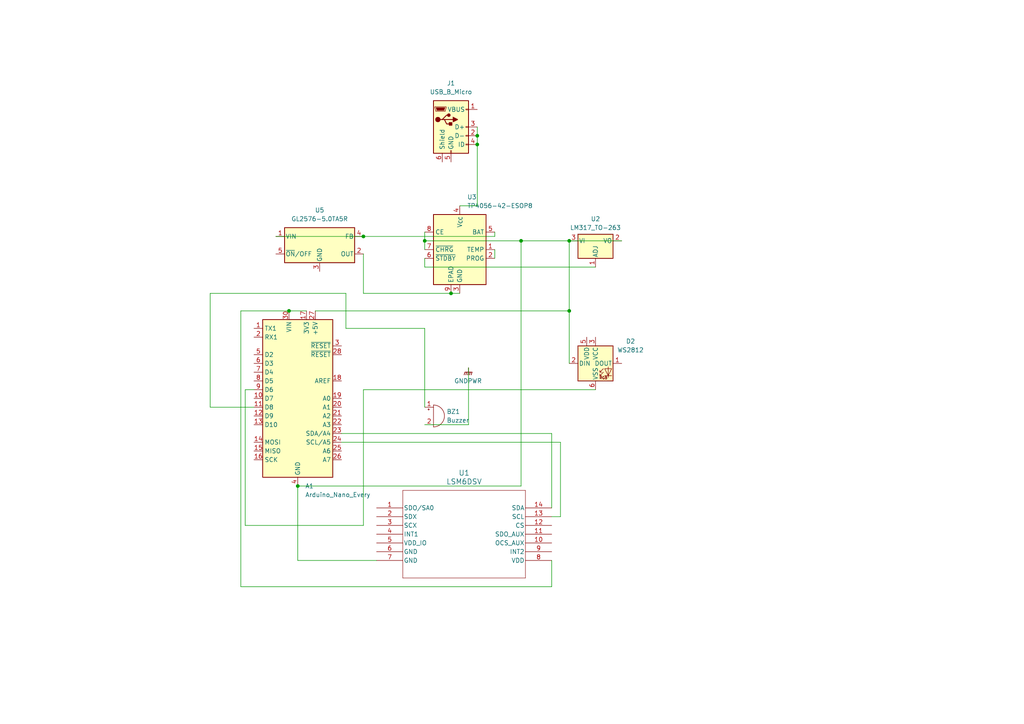
<source format=kicad_sch>
(kicad_sch (version 20250114) (generator "eeschema") (generator_version "9.0")
  (paper "A4")
  (lib_symbols
    (symbol "Battery_Management:TP4056-42-ESOP8"
      (property "Reference" "U" (at -6.604 11.684 0))
      (property "Value" "TP4056-42-ESOP8" (at 10.16 11.684 0))
      (symbol "TP4056-42-ESOP8_1_0"
        (pin input line (at -10.16 5.08 0) (length 2.54) (name "CE") (number "8"))
        (pin open_collector line (at -10.16 0 0) (length 2.54) (name "~{CHRG}") (number "7"))
        (pin open_collector line (at -10.16 -2.54 0) (length 2.54) (name "~{STDBY}") (number "6"))
        (pin passive line (at -2.54 -12.7 90) (length 2.54) (name "EPAD") (number "9"))
        (pin power_in line (at 0 12.7 270) (length 2.54) (name "V_{CC}") (number "4"))
        (pin power_in line (at 0 -12.7 90) (length 2.54) (name "GND") (number "3"))
        (pin power_out line (at 10.16 5.08 180) (length 2.54) (name "BAT") (number "5"))
        (pin input line (at 10.16 0 180) (length 2.54) (name "TEMP") (number "1"))
        (pin passive line (at 10.16 -2.54 180) (length 2.54) (name "PROG") (number "2"))
      )
      (symbol "TP4056-42-ESOP8_1_1"
        (rectangle (start -7.62 10.16) (end 7.62 -10.16) (stroke (width 0.254)) (fill (type background)))
      )
    )
    (symbol "Connector:USB_B_Micro" (pin_names (offset 1.016))
      (property "Reference" "J" (at -5.08 11.43 0))
      (property "Value" "USB_B_Micro" (at -5.08 8.89 0))
      (symbol "USB_B_Micro_0_1"
        (rectangle (start -5.08 -7.62) (end 5.08 7.62) (stroke (width 0.254)) (fill (type background)))
        (polyline (pts (xy -4.699 5.842) (xy -4.699 5.588) (xy -4.445 4.826) (xy -4.445 4.572) (xy -1.651 4.572) (xy -1.651 4.826) (xy -1.397 5.588) (xy -1.397 5.842) (xy -4.699 5.842)))
        (polyline (pts (xy -4.318 5.588) (xy -1.778 5.588) (xy -2.032 4.826) (xy -4.064 4.826) (xy -4.318 5.588)) (fill (type outline)))
        (circle (center -3.81 2.159) (radius 0.635) (stroke (width 0.254)) (fill (type outline)))
        (polyline (pts (xy -3.175 2.159) (xy -2.54 2.159) (xy -1.27 3.429) (xy -0.635 3.429)) (stroke (width 0.254)))
        (polyline (pts (xy -2.54 2.159) (xy -1.905 2.159) (xy -1.27 0.889) (xy 0 0.889)) (stroke (width 0.254)))
        (polyline (pts (xy -1.905 2.159) (xy 0.635 2.159)) (stroke (width 0.254)))
        (circle (center -0.635 3.429) (radius 0.381) (stroke (width 0.254)) (fill (type outline)))
        (rectangle (start -0.127 -7.62) (end 0.127 -6.858))
        (rectangle (start 0.254 1.27) (end -0.508 0.508) (stroke (width 0.254)) (fill (type outline)))
        (polyline (pts (xy 0.635 2.794) (xy 0.635 1.524) (xy 1.905 2.159) (xy 0.635 2.794)) (stroke (width 0.254)) (fill (type outline)))
        (rectangle (start 5.08 4.953) (end 4.318 5.207))
        (rectangle (start 5.08 -0.127) (end 4.318 0.127))
        (rectangle (start 5.08 -2.667) (end 4.318 -2.413))
        (rectangle (start 5.08 -5.207) (end 4.318 -4.953))
      )
      (symbol "USB_B_Micro_1_1"
        (pin passive line (at -2.54 -10.16 90) (length 2.54) (name "Shield") (number "6"))
        (pin power_out line (at 0 -10.16 90) (length 2.54) (name "GND") (number "5"))
        (pin power_out line (at 7.62 5.08 180) (length 2.54) (name "VBUS") (number "1"))
        (pin bidirectional line (at 7.62 0 180) (length 2.54) (name "D+") (number "3"))
        (pin bidirectional line (at 7.62 -2.54 180) (length 2.54) (name "D-") (number "2"))
        (pin passive line (at 7.62 -5.08 180) (length 2.54) (name "ID") (number "4"))
      )
    )
    (symbol "Device:Buzzer" (pin_names (offset 0.0254) (hide yes))
      (property "Reference" "BZ" (at 3.81 1.27 0))
      (property "Value" "Buzzer" (at 3.81 -1.27 0))
      (symbol "Buzzer_0_1"
        (polyline (pts (xy -1.651 1.905) (xy -1.143 1.905)))
        (polyline (pts (xy -1.397 2.159) (xy -1.397 1.651)))
        (arc (start 0 3.175) (mid 3.1612 0) (end 0 -3.175))
        (polyline (pts (xy 0 3.175) (xy 0 -3.175)))
      )
      (symbol "Buzzer_1_1"
        (pin passive line (at -2.54 2.54 0) (length 2.54) (name "+") (number "1"))
        (pin passive line (at -2.54 -2.54 0) (length 2.54) (name "-") (number "2"))
      )
    )
    (symbol "LED:WS2812" (pin_names (offset 0.254))
      (property "Reference" "D" (at 5.08 5.715 0))
      (property "Value" "WS2812" (at 1.27 -5.715 0))
      (symbol "WS2812_0_0"
        (text "RGB" (at 2.286 -4.191 0) (effects (font (size 0.762 0.762))))
      )
      (symbol "WS2812_0_1"
        (polyline (pts (xy 1.27 -2.54) (xy 1.778 -2.54)))
        (polyline (pts (xy 1.27 -3.556) (xy 1.778 -3.556)))
        (polyline (pts (xy 2.286 -1.524) (xy 1.27 -2.54) (xy 1.27 -2.032)))
        (polyline (pts (xy 2.286 -2.54) (xy 1.27 -3.556) (xy 1.27 -3.048)))
        (polyline (pts (xy 3.683 -1.016) (xy 3.683 -3.556) (xy 3.683 -4.064)))
        (polyline (pts (xy 4.699 -1.524) (xy 2.667 -1.524) (xy 3.683 -3.556) (xy 4.699 -1.524)))
        (polyline (pts (xy 4.699 -3.556) (xy 2.667 -3.556)))
        (rectangle (start 5.08 5.08) (end -5.08 -5.08) (stroke (width 0.254)) (fill (type background)))
      )
      (symbol "WS2812_1_1"
        (pin input line (at -7.62 0 0) (length 2.54) (name "DIN") (number "2"))
        (pin power_in line (at -2.54 7.62 270) (length 2.54) (name "VDD") (number "5"))
        (pin power_in line (at 0 7.62 270) (length 2.54) (name "VCC") (number "3"))
        (pin power_in line (at 0 -7.62 90) (length 2.54) (name "VSS") (number "6"))
        (pin no_connect line (at 5.08 2.54 180) (length 2.54) (hide yes) (name "NC") (number "4"))
        (pin output line (at 7.62 0 180) (length 2.54) (name "DOUT") (number "1"))
      )
    )
    (symbol "LSM6DSV:LSM6DSV" (pin_names (offset 0.254))
      (property "Reference" "U" (at 25.4 10.16 0))
      (property "Value" "LSM6DSV" (at 25.4 7.62 0))
      (symbol "LSM6DSV_0_1"
        (polyline (pts (xy 7.62 5.08) (xy 7.62 -20.32)) (stroke (width 0.127)))
        (polyline (pts (xy 7.62 -20.32) (xy 43.18 -20.32)) (stroke (width 0.127)))
        (polyline (pts (xy 43.18 5.08) (xy 7.62 5.08)) (stroke (width 0.127)))
        (polyline (pts (xy 43.18 -20.32) (xy 43.18 5.08)) (stroke (width 0.127)))
        (pin unspecified line (at 0 0 0) (length 7.62) (name "SDO/SA0") (number "1"))
        (pin unspecified line (at 0 -2.54 0) (length 7.62) (name "SDX") (number "2"))
        (pin unspecified line (at 0 -5.08 0) (length 7.62) (name "SCX") (number "3"))
        (pin unspecified line (at 0 -7.62 0) (length 7.62) (name "INT1") (number "4"))
        (pin power_in line (at 0 -10.16 0) (length 7.62) (name "VDD_IO") (number "5"))
        (pin power_out line (at 0 -12.7 0) (length 7.62) (name "GND") (number "6"))
        (pin power_out line (at 0 -15.24 0) (length 7.62) (name "GND") (number "7"))
        (pin unspecified line (at 50.8 0 180) (length 7.62) (name "SDA") (number "14"))
        (pin unspecified line (at 50.8 -2.54 180) (length 7.62) (name "SCL") (number "13"))
        (pin unspecified line (at 50.8 -5.08 180) (length 7.62) (name "CS") (number "12"))
        (pin unspecified line (at 50.8 -7.62 180) (length 7.62) (name "SDO_AUX") (number "11"))
        (pin unspecified line (at 50.8 -10.16 180) (length 7.62) (name "OCS_AUX") (number "10"))
        (pin unspecified line (at 50.8 -12.7 180) (length 7.62) (name "INT2") (number "9"))
        (pin power_in line (at 50.8 -15.24 180) (length 7.62) (name "VDD") (number "8"))
      )
    )
    (symbol "MCU_Module:Arduino_Nano_Every"
      (property "Reference" "A" (at -10.16 23.495 0))
      (property "Value" "Arduino_Nano_Every" (at 5.08 -24.13 0))
      (symbol "Arduino_Nano_Every_0_1"
        (rectangle (start -10.16 22.86) (end 10.16 -22.86) (stroke (width 0.254)) (fill (type background)))
      )
      (symbol "Arduino_Nano_Every_1_1"
        (pin bidirectional line (at -12.7 20.32 0) (length 2.54) (name "TX1") (number "1"))
        (pin bidirectional line (at -12.7 17.78 0) (length 2.54) (name "RX1") (number "2"))
        (pin bidirectional line (at -12.7 12.7 0) (length 2.54) (name "D2") (number "5"))
        (pin bidirectional line (at -12.7 10.16 0) (length 2.54) (name "D3") (number "6"))
        (pin bidirectional line (at -12.7 7.62 0) (length 2.54) (name "D4") (number "7"))
        (pin bidirectional line (at -12.7 5.08 0) (length 2.54) (name "D5") (number "8"))
        (pin bidirectional line (at -12.7 2.54 0) (length 2.54) (name "D6") (number "9"))
        (pin bidirectional line (at -12.7 0 0) (length 2.54) (name "D7") (number "10"))
        (pin bidirectional line (at -12.7 -2.54 0) (length 2.54) (name "D8") (number "11"))
        (pin bidirectional line (at -12.7 -5.08 0) (length 2.54) (name "D9") (number "12"))
        (pin bidirectional line (at -12.7 -7.62 0) (length 2.54) (name "D10") (number "13"))
        (pin bidirectional line (at -12.7 -12.7 0) (length 2.54) (name "MOSI") (number "14"))
        (pin bidirectional line (at -12.7 -15.24 0) (length 2.54) (name "MISO") (number "15"))
        (pin bidirectional line (at -12.7 -17.78 0) (length 2.54) (name "SCK") (number "16"))
        (pin power_in line (at -2.54 25.4 270) (length 2.54) (name "VIN") (number "30"))
        (pin passive line (at 0 -25.4 90) (length 2.54) (hide yes) (name "GND") (number "29"))
        (pin power_in line (at 0 -25.4 90) (length 2.54) (name "GND") (number "4"))
        (pin power_out line (at 2.54 25.4 270) (length 2.54) (name "3V3") (number "17"))
        (pin power_out line (at 5.08 25.4 270) (length 2.54) (name "+5V") (number "27"))
        (pin input line (at 12.7 15.24 180) (length 2.54) (name "~{RESET}") (number "3"))
        (pin input line (at 12.7 12.7 180) (length 2.54) (name "~{RESET}") (number "28"))
        (pin input line (at 12.7 5.08 180) (length 2.54) (name "AREF") (number "18"))
        (pin bidirectional line (at 12.7 0 180) (length 2.54) (name "A0") (number "19"))
        (pin bidirectional line (at 12.7 -2.54 180) (length 2.54) (name "A1") (number "20"))
        (pin bidirectional line (at 12.7 -5.08 180) (length 2.54) (name "A2") (number "21"))
        (pin bidirectional line (at 12.7 -7.62 180) (length 2.54) (name "A3") (number "22"))
        (pin bidirectional line (at 12.7 -10.16 180) (length 2.54) (name "SDA/A4") (number "23"))
        (pin bidirectional line (at 12.7 -12.7 180) (length 2.54) (name "SCL/A5") (number "24"))
        (pin bidirectional line (at 12.7 -15.24 180) (length 2.54) (name "A6") (number "25"))
        (pin bidirectional line (at 12.7 -17.78 180) (length 2.54) (name "A7") (number "26"))
      )
    )
    (symbol "Regulator_Linear:LM317_TO-263" (pin_names (offset 0.254))
      (property "Reference" "U" (at -3.81 3.175 0))
      (property "Value" "LM317_TO-263" (at 0 3.175 0))
      (symbol "LM317_TO-263_0_1"
        (rectangle (start -5.08 1.905) (end 5.08 -5.08) (stroke (width 0.254)) (fill (type background)))
      )
      (symbol "LM317_TO-263_1_1"
        (pin power_in line (at -7.62 0 0) (length 2.54) (name "VI") (number "3"))
        (pin input line (at 0 -7.62 90) (length 2.54) (name "ADJ") (number "1"))
        (pin power_out line (at 7.62 0 180) (length 2.54) (name "VO") (number "2"))
      )
    )
    (symbol "Regulator_Switching:GL2576-5.0TA5R" (pin_names (offset 0.254))
      (property "Reference" "U" (at -10.16 6.35 0))
      (property "Value" "GL2576-5.0TA5R" (at 0 6.35 0))
      (symbol "GL2576-5.0TA5R_0_1"
        (rectangle (start -10.16 5.08) (end 10.16 -5.08) (stroke (width 0.254)) (fill (type background)))
      )
      (symbol "GL2576-5.0TA5R_1_1"
        (pin power_in line (at -12.7 2.54 0) (length 2.54) (name "VIN") (number "1"))
        (pin input line (at -12.7 -2.54 0) (length 2.54) (name "~{ON}/OFF") (number "5"))
        (pin power_in line (at 0 -7.62 90) (length 2.54) (name "GND") (number "3"))
        (pin input line (at 12.7 2.54 180) (length 2.54) (name "FB") (number "4"))
        (pin output line (at 12.7 -2.54 180) (length 2.54) (name "OUT") (number "2"))
      )
    )
    (symbol "power:GNDPWR" (power) (pin_numbers (hide yes)) (pin_names (offset 0) (hide yes))
      (property "Value" "GNDPWR" (at 0 -3.302 0))
      (symbol "GNDPWR_0_1"
        (polyline (pts (xy -1.016 -1.27) (xy -1.27 -2.032) (xy -1.27 -2.032)) (stroke (width 0.2032)))
        (polyline (pts (xy -0.508 -1.27) (xy -0.762 -2.032) (xy -0.762 -2.032)) (stroke (width 0.2032)))
        (polyline (pts (xy 0 -1.27) (xy 0 0)))
        (polyline (pts (xy 0 -1.27) (xy -0.254 -2.032) (xy -0.254 -2.032)) (stroke (width 0.2032)))
        (polyline (pts (xy 0.508 -1.27) (xy 0.254 -2.032) (xy 0.254 -2.032)) (stroke (width 0.2032)))
        (polyline (pts (xy 1.016 -1.27) (xy -1.016 -1.27) (xy -1.016 -1.27)) (stroke (width 0.2032)))
        (polyline (pts (xy 1.016 -1.27) (xy 0.762 -2.032) (xy 0.762 -2.032) (xy 0.762 -2.032)) (stroke (width 0.2032)))
      )
      (symbol "GNDPWR_1_1"
        (pin power_in line (at 0 0 270) (length 0) (name "~") (number "1"))
      )
    )
  )
  (junction (at 151.13 69.85))
  (junction (at 123.19 69.85))
  (junction (at 138.43 41.91))
  (junction (at 105.41 68.58))
  (junction (at 83.82 90.17))
  (junction (at 138.43 39.37))
  (junction (at 165.1 90.17))
  (junction (at 165.1 69.85))
  (junction (at 130.81 85.09))
  (junction (at 86.36 140.97))
  (wire (pts (xy 138.43 41.91) (xy 138.43 59.69)))
  (wire (pts (xy 105.41 85.09) (xy 105.41 73.66)))
  (wire (pts (xy 105.41 113.03) (xy 172.72 113.03)))
  (wire (pts (xy 143.51 74.93) (xy 143.51 72.39)))
  (wire (pts (xy 138.43 59.69) (xy 133.35 59.69)))
  (wire (pts (xy 165.1 90.17) (xy 165.1 105.41)))
  (wire (pts (xy 143.51 68.58) (xy 143.51 67.31)))
  (wire (pts (xy 99.06 125.73) (xy 160.02 125.73)))
  (wire (pts (xy 86.36 140.97) (xy 86.36 162.56)))
  (wire (pts (xy 165.1 90.17) (xy 165.1 69.85)))
  (wire (pts (xy 100.33 95.25) (xy 123.19 95.25)))
  (wire (pts (xy 105.41 68.58) (xy 143.51 68.58)))
  (wire (pts (xy 160.02 170.18) (xy 160.02 162.56)))
  (wire (pts (xy 91.44 90.17) (xy 165.1 90.17)))
  (wire (pts (xy 80.01 68.58) (xy 105.41 68.58)))
  (wire (pts (xy 123.19 123.19) (xy 135.89 123.19)))
  (wire (pts (xy 123.19 95.25) (xy 123.19 118.11)))
  (wire (pts (xy 71.12 152.4) (xy 105.41 152.4)))
  (wire (pts (xy 165.1 69.85) (xy 180.34 69.85)))
  (wire (pts (xy 123.19 69.85) (xy 151.13 69.85)))
  (wire (pts (xy 151.13 69.85) (xy 165.1 69.85)))
  (wire (pts (xy 105.41 152.4) (xy 105.41 113.03)))
  (wire (pts (xy 86.36 140.97) (xy 151.13 140.97)))
  (wire (pts (xy 88.9 90.17) (xy 83.82 90.17)))
  (wire (pts (xy 123.19 69.85) (xy 123.19 67.31)))
  (wire (pts (xy 133.35 85.09) (xy 130.81 85.09)))
  (wire (pts (xy 109.22 162.56) (xy 86.36 162.56)))
  (wire (pts (xy 135.89 123.19) (xy 135.89 106.68)))
  (wire (pts (xy 71.12 113.03) (xy 71.12 152.4)))
  (wire (pts (xy 138.43 39.37) (xy 138.43 41.91)))
  (wire (pts (xy 100.33 85.09) (xy 100.33 95.25)))
  (wire (pts (xy 138.43 36.83) (xy 138.43 39.37)))
  (wire (pts (xy 69.85 170.18) (xy 160.02 170.18)))
  (wire (pts (xy 99.06 128.27) (xy 162.56 128.27)))
  (wire (pts (xy 60.96 85.09) (xy 100.33 85.09)))
  (wire (pts (xy 160.02 125.73) (xy 160.02 147.32)))
  (wire (pts (xy 130.81 85.09) (xy 105.41 85.09)))
  (wire (pts (xy 172.72 77.47) (xy 123.19 77.47)))
  (wire (pts (xy 69.85 90.17) (xy 69.85 170.18)))
  (wire (pts (xy 73.66 113.03) (xy 71.12 113.03)))
  (wire (pts (xy 162.56 128.27) (xy 162.56 149.86)))
  (wire (pts (xy 60.96 118.11) (xy 60.96 85.09)))
  (wire (pts (xy 151.13 140.97) (xy 151.13 69.85)))
  (wire (pts (xy 123.19 69.85) (xy 123.19 72.39)))
  (wire (pts (xy 83.82 90.17) (xy 69.85 90.17)))
  (wire (pts (xy 162.56 149.86) (xy 160.02 149.86)))
  (wire (pts (xy 73.66 118.11) (xy 60.96 118.11)))
  (wire (pts (xy 123.19 77.47) (xy 123.19 74.93)))
  (symbol (lib_id "Device:Buzzer") (at 125.73 120.65 0) (unit 1)
    (property "Reference" "BZ1" (at 129.54 119.3799 0) (effects (justify left)))
    (property "Value" "Buzzer" (at 129.54 121.9199 0) (effects (justify left)))
    (property "Description" "Buzzer, polarized" (effects (hide yes)))
  )
  (symbol (lib_id "Connector:USB_B_Micro") (at 130.81 36.83 0) (unit 1)
    (property "Reference" "J1" (at 130.81 24.13 0))
    (property "Value" "USB_B_Micro" (at 130.81 26.67 0))
    (property "Description" "USB Micro Type B connector" (effects (hide yes)))
  )
  (symbol (lib_id "Battery_Management:TP4056-42-ESOP8") (at 133.35 72.39 0) (unit 1)
    (property "Reference" "U3" (at 135.4933 57.15 0) (effects (justify left)))
    (property "Value" "TP4056-42-ESOP8" (at 135.4933 59.69 0) (effects (justify left)))
    (property "Footprint" "Package_SO:SOIC-8-1EP_3.9x4.9mm_P1.27mm_EP2.41x3.3mm_ThermalVias" (effects (hide yes)))
    (property "Datasheet" "https://www.lcsc.com/datasheet/lcsc_datasheet_2410121619_TOPPOWER-Nanjing-Extension-Microelectronics-TP4056-42-ESOP8_C16581.pdf" (effects (hide yes)))
    (property "Description" "1A Standalone Linear Li-ion/LiPo single-cell battery charger, 4.2V ±1% charge voltage, VCC = 4.0..8.0V, SOIC-8 (SOP-8)" (effects (hide yes)))
  )
  (symbol (lib_id "Regulator_Linear:LM317_TO-263") (at 172.72 69.85 0) (unit 1)
    (property "Reference" "U2" (at 172.72 63.5 0))
    (property "Value" "LM317_TO-263" (at 172.72 66.04 0))
    (property "Footprint" "Package_TO_SOT_SMD:TO-263-2" (effects (hide yes)))
    (property "Datasheet" "http://www.ti.com/lit/ds/symlink/lm317.pdf" (effects (hide yes)))
    (property "Description" "1.5A 35V Adjustable Linear Regulator, TO-263" (effects (hide yes)))
  )
  (symbol (lib_id "LED:WS2812") (at 172.72 105.41 0) (unit 1)
    (property "Reference" "D2" (at 182.88 98.9898 0))
    (property "Value" "WS2812" (at 182.88 101.5298 0))
    (property "Footprint" "LED_SMD:LED_WS2812_PLCC6_5.0x5.0mm_P1.6mm" (effects (hide yes)))
    (property "Datasheet" "https://cdn-shop.adafruit.com/datasheets/WS2812.pdf" (effects (hide yes)))
    (property "Description" "RGB LED with integrated controller" (effects (hide yes)))
  )
  (symbol (lib_id "Regulator_Switching:GL2576-5.0TA5R") (at 92.71 71.12 0) (unit 1)
    (property "Reference" "U5" (at 92.71 60.96 0))
    (property "Value" "GL2576-5.0TA5R" (at 92.71 63.5 0))
    (property "Footprint" "Package_TO_SOT_SMD:TO-263-5_TabPin3" (effects (hide yes)))
    (property "Datasheet" "http://www.dianyuan.com/bbs/u/54/437861181916300.pdf" (effects (hide yes)))
    (property "Description" "5V 3A, 52KHz Step Down Converter, TO263-5 (D2-PAK)" (effects (hide yes)))
  )
  (symbol (lib_id "power:GNDPWR") (at 135.89 106.68 0) (unit 1)
    (property "Reference" "#PWR01" (effects (hide yes)))
    (property "Value" "GNDPWR" (at 135.763 110.49 0))
    (property "Description" "Power symbol creates a global label with name \"GNDPWR\" , global ground" (effects (hide yes)))
  )
  (symbol (lib_id "LSM6DSV:LSM6DSV") (at 109.22 147.32 0) (unit 1)
    (property "Reference" "U1" (at 134.62 137.16 0) (effects (font (size 1.524 1.524))))
    (property "Value" "LSM6DSV" (at 134.62 139.7 0) (effects (font (size 1.524 1.524))))
    (property "Datasheet" "LSM6DSV" (effects (hide yes)))
  )
  (symbol (lib_id "MCU_Module:Arduino_Nano_Every") (at 86.36 115.57 0) (unit 1)
    (property "Reference" "A1" (at 88.5033 140.97 0) (effects (justify left)))
    (property "Value" "Arduino_Nano_Every" (at 88.5033 143.51 0) (effects (justify left)))
    (property "Footprint" "Module:Arduino_Nano" (effects (hide yes)))
    (property "Datasheet" "https://content.arduino.cc/assets/NANOEveryV3.0_sch.pdf" (effects (hide yes)))
    (property "Description" "Arduino Nano Every" (effects (hide yes)))
  )
)
</source>
